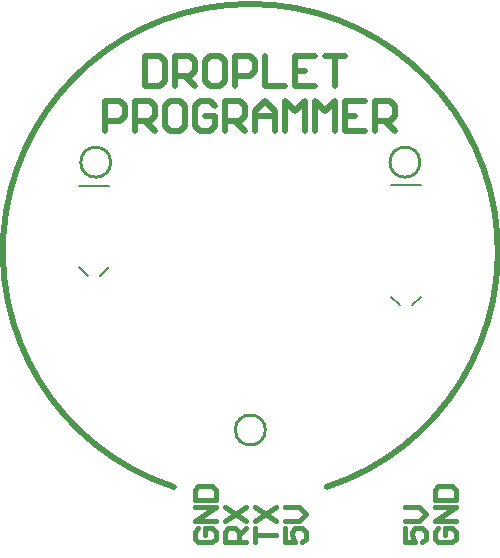
<source format=gto>
%FSLAX25Y25*%
%MOIN*%
G70*
G01*
G75*
%ADD10C,0.02000*%
%ADD11O,0.07000X0.09000*%
%ADD12C,0.07000*%
%ADD13O,0.09000X0.07000*%
%ADD14C,0.06693*%
%ADD15C,0.01000*%
%ADD16C,0.00787*%
%ADD17C,0.01500*%
D10*
X215494Y171538D02*
G03*
X164506Y171538I-25494J78462D01*
G01*
X141682Y290000D02*
Y299997D01*
X146681D01*
X148347Y298331D01*
Y294998D01*
X146681Y293332D01*
X141682D01*
X151679Y290000D02*
Y299997D01*
X156677D01*
X158344Y298331D01*
Y294998D01*
X156677Y293332D01*
X151679D01*
X155011D02*
X158344Y290000D01*
X166674Y299997D02*
X163342D01*
X161676Y298331D01*
Y291666D01*
X163342Y290000D01*
X166674D01*
X168340Y291666D01*
Y298331D01*
X166674Y299997D01*
X178337Y298331D02*
X176671Y299997D01*
X173339D01*
X171673Y298331D01*
Y291666D01*
X173339Y290000D01*
X176671D01*
X178337Y291666D01*
Y294998D01*
X175005D01*
X181669Y290000D02*
Y299997D01*
X186668D01*
X188334Y298331D01*
Y294998D01*
X186668Y293332D01*
X181669D01*
X185002D02*
X188334Y290000D01*
X191666D02*
Y296665D01*
X194998Y299997D01*
X198331Y296665D01*
Y290000D01*
Y294998D01*
X191666D01*
X201663Y290000D02*
Y299997D01*
X204995Y296665D01*
X208327Y299997D01*
Y290000D01*
X211660D02*
Y299997D01*
X214992Y296665D01*
X218324Y299997D01*
Y290000D01*
X228321Y299997D02*
X221656D01*
Y290000D01*
X228321D01*
X221656Y294998D02*
X224989D01*
X231653Y290000D02*
Y299997D01*
X236652D01*
X238318Y298331D01*
Y294998D01*
X236652Y293332D01*
X231653D01*
X234985D02*
X238318Y290000D01*
X155000Y314997D02*
Y305000D01*
X159998D01*
X161664Y306666D01*
Y313331D01*
X159998Y314997D01*
X155000D01*
X164997Y305000D02*
Y314997D01*
X169995D01*
X171661Y313331D01*
Y309998D01*
X169995Y308332D01*
X164997D01*
X168329D02*
X171661Y305000D01*
X179992Y314997D02*
X176660D01*
X174994Y313331D01*
Y306666D01*
X176660Y305000D01*
X179992D01*
X181658Y306666D01*
Y313331D01*
X179992Y314997D01*
X184990Y305000D02*
Y314997D01*
X189989D01*
X191655Y313331D01*
Y309998D01*
X189989Y308332D01*
X184990D01*
X194987Y314997D02*
Y305000D01*
X201652D01*
X211648Y314997D02*
X204984D01*
Y305000D01*
X211648D01*
X204984Y309998D02*
X208316D01*
X214981Y314997D02*
X221645D01*
X218313D01*
Y305000D01*
D15*
X143472Y279750D02*
G03*
X143472Y279750I-5000J0D01*
G01*
X246529D02*
G03*
X246529Y279750I-5000J0D01*
G01*
X195000Y190500D02*
G03*
X195000Y190500I-5000J0D01*
G01*
D16*
X236999Y272008D02*
X246920D01*
X243967Y232008D02*
X246920Y234961D01*
X236999D02*
X240030Y232008D01*
X139969Y241929D02*
X143000Y244960D01*
X133000Y244882D02*
X136031Y241929D01*
X133000Y271929D02*
X143000D01*
D17*
X172667Y157665D02*
X171501Y156499D01*
Y154166D01*
X172667Y153000D01*
X177333D01*
X178499Y154166D01*
Y156499D01*
X177333Y157665D01*
X175000D01*
Y155333D01*
X178499Y159998D02*
X171501D01*
X178499Y164663D01*
X171501D01*
Y166996D02*
X178499D01*
Y170494D01*
X177333Y171661D01*
X172667D01*
X171501Y170494D01*
Y166996D01*
X188499Y153000D02*
X181501D01*
Y156499D01*
X182667Y157665D01*
X185000D01*
X186166Y156499D01*
Y153000D01*
Y155333D02*
X188499Y157665D01*
X181501Y159998D02*
X188499Y164663D01*
X181501D02*
X188499Y159998D01*
X191501Y153000D02*
Y157665D01*
Y155333D01*
X198499D01*
X191501Y159998D02*
X198499Y164663D01*
X191501D02*
X198499Y159998D01*
X201501Y157665D02*
Y153000D01*
X205000D01*
X203834Y155333D01*
Y156499D01*
X205000Y157665D01*
X207333D01*
X208499Y156499D01*
Y154166D01*
X207333Y153000D01*
X201501Y159998D02*
X206166D01*
X208499Y162330D01*
X206166Y164663D01*
X201501D01*
X241501Y157665D02*
Y153000D01*
X245000D01*
X243834Y155333D01*
Y156499D01*
X245000Y157665D01*
X247333D01*
X248499Y156499D01*
Y154166D01*
X247333Y153000D01*
X241501Y159998D02*
X246166D01*
X248499Y162330D01*
X246166Y164663D01*
X241501D01*
X252667Y157665D02*
X251501Y156499D01*
Y154166D01*
X252667Y153000D01*
X257333D01*
X258499Y154166D01*
Y156499D01*
X257333Y157665D01*
X255000D01*
Y155333D01*
X258499Y159998D02*
X251501D01*
X258499Y164663D01*
X251501D01*
Y166996D02*
X258499D01*
Y170494D01*
X257333Y171661D01*
X252667D01*
X251501Y170494D01*
Y166996D01*
M02*

</source>
